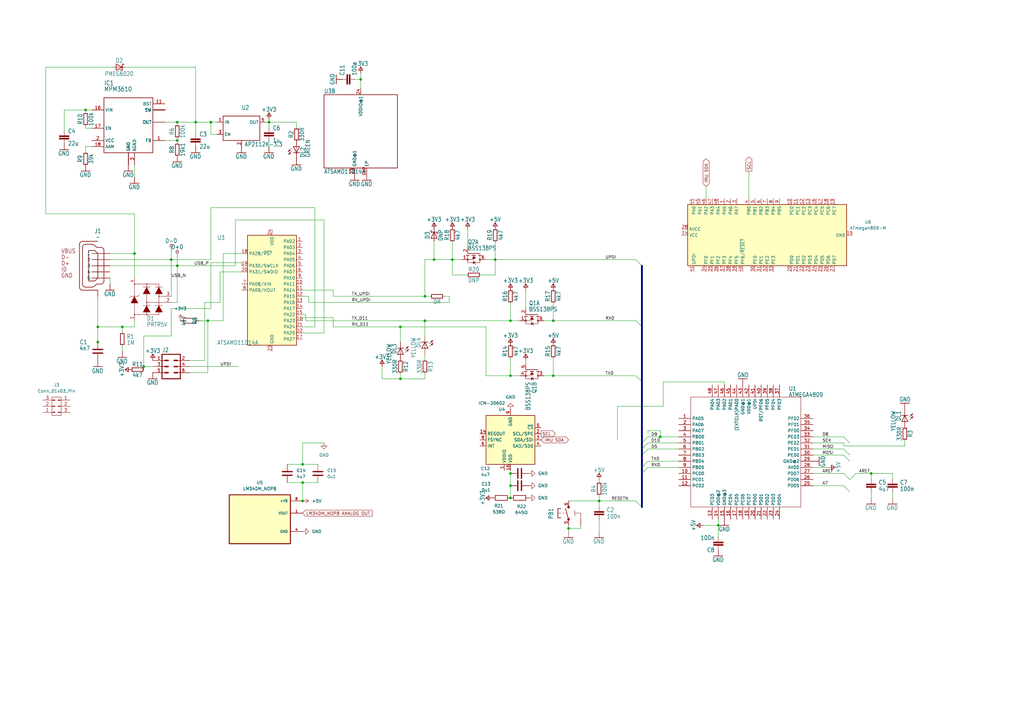
<source format=kicad_sch>
(kicad_sch (version 20231120) (generator "eeschema") (generator_version "8.0")
  (paper "User" 425.45 298.602)
  (junction (at 86.36 133.35))
  (junction (at 361.95 196.85))
  (junction (at 176.53 133.35))
  (junction (at 212.09 207.01))
  (junction (at 229.87 133.35))
  (junction (at 55.88 105.41))
  (junction (at 125.73 200.66))
  (junction (at 187.96 107.95))
  (junction (at 166.37 157.48))
  (junction (at 50.8 135.89))
  (junction (at 229.87 156.21))
  (junction (at 298.45 218.44))
  (junction (at 87.63 50.8))
  (junction (at 176.53 123.19))
  (junction (at 40.64 142.24))
  (junction (at 73.66 110.49))
  (junction (at 212.09 201.93))
  (junction (at 73.66 58.42))
  (junction (at 125.73 208.28))
  (junction (at 180.34 107.95))
  (junction (at 236.22 219.71))
  (junction (at 205.74 107.95))
  (junction (at 166.37 135.89))
  (junction (at 59.69 152.4))
  (junction (at 73.66 50.8))
  (junction (at 274.32 181.61))
  (junction (at 71.12 107.95))
  (junction (at 35.56 45.72))
  (junction (at 81.28 50.8))
  (junction (at 248.92 208.28))
  (junction (at 40.64 135.89))
  (junction (at 125.73 193.04))
  (junction (at 212.09 196.85))
  (junction (at 212.09 156.21))
  (junction (at 111.76 50.8))
  (junction (at 212.09 133.35))
  (junction (at 149.86 33.02))
  (bus_entry (at 264.16 208.28) (size 2.54 2.54))
  (bus_entry (at 264.16 156.21) (size 2.54 2.54))
  (bus_entry (at 269.24 194.31) (size -2.54 2.54))
  (bus_entry (at 350.52 201.93) (size 2.54 2.54))
  (bus_entry (at 350.52 186.69) (size 2.54 2.54))
  (bus_entry (at 350.52 189.23) (size 2.54 2.54))
  (bus_entry (at 269.24 181.61) (size -2.54 2.54))
  (bus_entry (at 264.16 107.95) (size 2.54 2.54))
  (bus_entry (at 350.52 196.85) (size 2.54 2.54))
  (bus_entry (at 269.24 184.15) (size -2.54 2.54))
  (bus_entry (at 355.6 196.85) (size -2.54 2.54))
  (bus_entry (at 264.16 133.35) (size 2.54 2.54))
  (bus_entry (at 350.52 181.61) (size 2.54 2.54))
  (bus_entry (at 269.24 186.69) (size -2.54 2.54))
  (bus_entry (at 269.24 191.77) (size -2.54 2.54))
  (wire (pts (xy 68.58 58.42) (xy 73.66 58.42)) (stroke (width 0.1524)))
  (bus (pts (xy 266.7 158.75) (xy 266.7 135.89)) (stroke (width 0.762)))
  (wire (pts (xy 176.53 147.32) (xy 176.53 149.86)))
  (wire (pts (xy 55.88 88.9) (xy 55.88 105.41)) (stroke (width 0.1524)))
  (wire (pts (xy 73.66 58.42) (xy 73.66 57.15)) (stroke (width 0.1524)))
  (wire (pts (xy 26.67 45.72) (xy 26.67 54.61)) (stroke (width 0.1524)))
  (wire (pts (xy 71.12 125.73) (xy 73.66 125.73)) (stroke (width 0.1524)))
  (wire (pts (xy 55.88 73.66) (xy 55.88 68.58)) (stroke (width 0.1524)))
  (wire (pts (xy 55.88 105.41) (xy 55.88 115.57)) (stroke (width 0.1524)))
  (wire (pts (xy 130.81 86.36) (xy 130.81 135.89)) (stroke (width 0.1524)))
  (wire (pts (xy 274.32 179.07) (xy 274.32 181.61)))
  (wire (pts (xy 138.43 123.19) (xy 138.43 120.65)) (stroke (width 0.1524)))
  (wire (pts (xy 87.63 50.8) (xy 81.28 50.8)) (stroke (width 0.1524)))
  (wire (pts (xy 92.71 105.41) (xy 100.33 105.41)) (stroke (width 0.1524)))
  (wire (pts (xy 87.63 109.22) (xy 100.33 109.22)) (stroke (width 0.1524)))
  (wire (pts (xy 215.9 133.35) (xy 212.09 133.35)) (stroke (width 0.1524)))
  (wire (pts (xy 128.27 125.73) (xy 128.27 123.19)) (stroke (width 0.1524)))
  (wire (pts (xy 50.8 138.43) (xy 50.8 135.89)) (stroke (width 0.1524)))
  (wire (pts (xy 176.53 139.7) (xy 176.53 133.35)) (stroke (width 0.1524)))
  (wire (pts (xy 68.58 50.8) (xy 73.66 50.8)) (stroke (width 0.1524)))
  (wire (pts (xy 78.74 149.86) (xy 85.09 149.86)) (stroke (width 0.1524)))
  (wire (pts (xy 87.63 128.27) (xy 87.63 109.22)) (stroke (width 0.1524)))
  (wire (pts (xy 111.76 50.8) (xy 123.19 50.8)) (stroke (width 0.1524)))
  (wire (pts (xy 229.87 156.21) (xy 264.16 156.21)) (stroke (width 0.1524)))
  (wire (pts (xy 73.66 106.68) (xy 73.66 110.49)) (stroke (width 0.1524)))
  (wire (pts (xy 35.56 45.72) (xy 26.67 45.72)) (stroke (width 0.1524)))
  (wire (pts (xy 248.92 208.28) (xy 248.92 210.82)) (stroke (width 0.1524)))
  (wire (pts (xy 73.66 58.42) (xy 73.66 59.69)) (stroke (width 0.1524)))
  (wire (pts (xy 337.82 184.15) (xy 350.52 184.15)) (stroke (width 0.1524)))
  (wire (pts (xy 81.28 50.8) (xy 81.28 55.88)) (stroke (width 0.1524)))
  (wire (pts (xy 337.82 201.93) (xy 350.52 201.93)) (stroke (width 0.1524)))
  (wire (pts (xy 128.27 123.19) (xy 125.73 123.19)) (stroke (width 0.1524)))
  (wire (pts (xy 201.93 107.95) (xy 205.74 107.95)) (stroke (width 0.1524)))
  (wire (pts (xy 311.15 71.12) (xy 311.15 82.55)))
  (wire (pts (xy 73.66 50.8) (xy 73.66 52.07)) (stroke (width 0.1524)))
  (bus (pts (xy 266.7 184.15) (xy 266.7 158.75)) (stroke (width 0.762)))
  (wire (pts (xy 71.12 104.14) (xy 71.12 107.95)) (stroke (width 0.1524)))
  (wire (pts (xy 158.75 157.48) (xy 158.75 152.4)) (stroke (width 0.1524)))
  (wire (pts (xy 134.62 138.43) (xy 125.73 138.43)) (stroke (width 0.1524)))
  (wire (pts (xy 123.19 50.8) (xy 123.19 53.34)) (stroke (width 0.1524)))
  (wire (pts (xy 361.95 199.39) (xy 361.95 196.85)) (stroke (width 0.1524)))
  (wire (pts (xy 300.99 158.75) (xy 300.99 160.02)) (stroke (width 0.1524)))
  (wire (pts (xy 187.96 107.95) (xy 191.77 107.95)) (stroke (width 0.1524)))
  (wire (pts (xy 78.74 152.4) (xy 99.06 152.4)) (stroke (width 0.1524)))
  (wire (pts (xy 55.88 135.89) (xy 55.88 133.35)) (stroke (width 0.1524)))
  (wire (pts (xy 205.74 114.3) (xy 199.39 114.3)) (stroke (width 0.1524)))
  (wire (pts (xy 292.1 218.44) (xy 298.45 218.44)) (stroke (width 0.1524)))
  (wire (pts (xy 138.43 123.19) (xy 176.53 123.19)) (stroke (width 0.1524)))
  (wire (pts (xy 229.87 125.73) (xy 229.87 133.35)) (stroke (width 0.1524)))
  (bus (pts (xy 266.7 186.69) (xy 266.7 184.15)) (stroke (width 0.762)))
  (wire (pts (xy 248.92 200.66) (xy 248.92 199.39)) (stroke (width 0.1524)))
  (wire (pts (xy 87.63 86.36) (xy 130.81 86.36)) (stroke (width 0.1524)))
  (wire (pts (xy 205.74 107.95) (xy 264.16 107.95)) (stroke (width 0.1524)))
  (wire (pts (xy 91.44 125.73) (xy 91.44 113.03)) (stroke (width 0.1524)))
  (wire (pts (xy 87.63 107.95) (xy 87.63 86.36)) (stroke (width 0.1524)))
  (wire (pts (xy 45.72 105.41) (xy 55.88 105.41)) (stroke (width 0.1524)))
  (wire (pts (xy 176.53 123.19) (xy 176.53 107.95)) (stroke (width 0.1524)))
  (wire (pts (xy 40.64 142.24) (xy 40.64 143.51)))
  (wire (pts (xy 149.86 33.02) (xy 149.86 36.83)) (stroke (width 0.1524)))
  (wire (pts (xy 176.53 123.19) (xy 179.07 123.19)) (stroke (width 0.1524)))
  (wire (pts (xy 110.49 50.8) (xy 111.76 50.8)) (stroke (width 0.1524)))
  (wire (pts (xy 350.52 184.15) (xy 350.52 185.42)) (stroke (width 0.1524)))
  (wire (pts (xy 248.92 208.28) (xy 264.16 208.28)) (stroke (width 0.1524)))
  (wire (pts (xy 212.09 148.59) (xy 212.09 156.21)) (stroke (width 0.1524)))
  (wire (pts (xy 256.54 182.88) (xy 256.54 168.91)))
  (wire (pts (xy 269.24 194.31) (xy 281.94 194.31)) (stroke (width 0.1524)))
  (wire (pts (xy 226.06 133.35) (xy 229.87 133.35)) (stroke (width 0.1524)))
  (wire (pts (xy 97.79 110.49) (xy 97.79 91.44)) (stroke (width 0.1524)))
  (wire (pts (xy 293.37 77.47) (xy 293.37 82.55)))
  (wire (pts (xy 125.73 130.81) (xy 127 130.81)) (stroke (width 0.1524)))
  (wire (pts (xy 111.76 50.8) (xy 111.76 49.53)) (stroke (width 0.1524)))
  (wire (pts (xy 128.27 125.73) (xy 186.69 125.73)) (stroke (width 0.1524)))
  (wire (pts (xy 138.43 132.08) (xy 125.73 132.08)) (stroke (width 0.1524)))
  (wire (pts (xy 138.43 135.89) (xy 166.37 135.89)) (stroke (width 0.1524)))
  (wire (pts (xy 194.31 114.3) (xy 187.96 114.3)) (stroke (width 0.1524)))
  (wire (pts (xy 375.92 182.88) (xy 375.92 185.42)))
  (wire (pts (xy 269.24 180.34) (xy 269.24 179.07)))
  (wire (pts (xy 337.82 189.23) (xy 350.52 189.23)) (stroke (width 0.1524)))
  (wire (pts (xy 19.05 27.94) (xy 46.99 27.94)) (stroke (width 0.1524)))
  (wire (pts (xy 166.37 154.94) (xy 166.37 157.48)) (stroke (width 0.1524)))
  (wire (pts (xy 35.56 46.99) (xy 35.56 45.72)) (stroke (width 0.1524)))
  (wire (pts (xy 127 133.35) (xy 127 130.81)) (stroke (width 0.1524)))
  (wire (pts (xy 86.36 133.35) (xy 92.71 133.35)) (stroke (width 0.1524)))
  (wire (pts (xy 201.93 135.89) (xy 201.93 156.21)) (stroke (width 0.1524)))
  (wire (pts (xy 281.94 181.61) (xy 274.32 181.61)) (stroke (width 0.1524)))
  (wire (pts (xy 298.45 218.44) (xy 298.45 223.52)) (stroke (width 0.1524)))
  (wire (pts (xy 130.81 135.89) (xy 125.73 135.89)) (stroke (width 0.1524)))
  (wire (pts (xy 337.82 181.61) (xy 350.52 181.61)) (stroke (width 0.1524)))
  (wire (pts (xy 19.05 27.94) (xy 19.05 88.9)) (stroke (width 0.1524)))
  (wire (pts (xy 134.62 91.44) (xy 134.62 138.43)) (stroke (width 0.1524)))
  (wire (pts (xy 187.96 100.33) (xy 187.96 107.95)) (stroke (width 0.1524)))
  (wire (pts (xy 166.37 135.89) (xy 201.93 135.89)) (stroke (width 0.1524)))
  (wire (pts (xy 184.15 123.19) (xy 186.69 123.19)) (stroke (width 0.1524)))
  (wire (pts (xy 119.38 193.04) (xy 125.73 193.04)))
  (wire (pts (xy 370.84 207.01) (xy 370.84 204.47)) (stroke (width 0.1524)))
  (wire (pts (xy 361.95 207.01) (xy 361.95 204.47)) (stroke (width 0.1524)))
  (wire (pts (xy 176.53 107.95) (xy 180.34 107.95)) (stroke (width 0.1524)))
  (wire (pts (xy 344.17 194.31) (xy 337.82 194.31)) (stroke (width 0.1524)))
  (wire (pts (xy 59.69 153.67) (xy 59.69 152.4)) (stroke (width 0.1524)))
  (wire (pts (xy 166.37 157.48) (xy 176.53 157.48)) (stroke (width 0.1524)))
  (bus (pts (xy 266.7 189.23) (xy 266.7 186.69)) (stroke (width 0.762)))
  (wire (pts (xy 194.31 95.25) (xy 194.31 102.87)) (stroke (width 0.1524)))
  (wire (pts (xy 50.8 135.89) (xy 55.88 135.89)) (stroke (width 0.1524)))
  (wire (pts (xy 35.56 45.72) (xy 38.1 45.72)) (stroke (width 0.1524)))
  (bus (pts (xy 266.7 194.31) (xy 266.7 189.23)) (stroke (width 0.762)))
  (wire (pts (xy 212.09 201.93) (xy 212.09 207.01)))
  (wire (pts (xy 281.94 191.77) (xy 269.24 191.77)) (stroke (width 0.1524)))
  (wire (pts (xy 73.66 50.8) (xy 81.28 50.8)) (stroke (width 0.1524)))
  (wire (pts (xy 38.1 60.96) (xy 35.56 60.96)) (stroke (width 0.1524)))
  (wire (pts (xy 218.44 149.86) (xy 218.44 151.13)) (stroke (width 0.1524)))
  (wire (pts (xy 226.06 156.21) (xy 229.87 156.21)) (stroke (width 0.1524)))
  (wire (pts (xy 236.22 218.44) (xy 236.22 219.71)) (stroke (width 0.1524)))
  (wire (pts (xy 73.66 110.49) (xy 97.79 110.49)) (stroke (width 0.1524)))
  (wire (pts (xy 248.92 208.28) (xy 236.22 208.28)) (stroke (width 0.1524)))
  (wire (pts (xy 82.55 133.35) (xy 83.82 133.35)))
  (wire (pts (xy 180.34 107.95) (xy 187.96 107.95)) (stroke (width 0.1524)))
  (wire (pts (xy 92.71 133.35) (xy 92.71 105.41)) (stroke (width 0.1524)))
  (wire (pts (xy 138.43 135.89) (xy 138.43 132.08)) (stroke (width 0.1524)))
  (wire (pts (xy 71.12 139.7) (xy 71.12 128.27)) (stroke (width 0.1524)))
  (wire (pts (xy 149.86 30.48) (xy 149.86 33.02)) (stroke (width 0.1524)))
  (wire (pts (xy 370.84 196.85) (xy 361.95 196.85)) (stroke (width 0.1524)))
  (wire (pts (xy 134.62 184.15) (xy 125.73 184.15)))
  (wire (pts (xy 212.09 196.85) (xy 212.09 201.93)))
  (wire (pts (xy 38.1 53.34) (xy 35.56 53.34)) (stroke (width 0.1524)))
  (wire (pts (xy 274.32 181.61) (xy 269.24 181.61)) (stroke (width 0.1524)))
  (wire (pts (xy 85.09 125.73) (xy 85.09 149.86)) (stroke (width 0.1524)))
  (wire (pts (xy 212.09 156.21) (xy 215.9 156.21)) (stroke (width 0.1524)))
  (wire (pts (xy 212.09 195.58) (xy 212.09 196.85)))
  (wire (pts (xy 337.82 186.69) (xy 350.52 186.69)) (stroke (width 0.1524)))
  (wire (pts (xy 337.82 196.85) (xy 350.52 196.85)) (stroke (width 0.1524)))
  (wire (pts (xy 59.69 152.4) (xy 59.69 139.7)) (stroke (width 0.1524)))
  (wire (pts (xy 50.8 146.05) (xy 50.8 143.51)) (stroke (width 0.1524)))
  (wire (pts (xy 71.12 123.19) (xy 71.12 107.95)) (stroke (width 0.1524)))
  (wire (pts (xy 82.55 133.35) (xy 86.36 133.35)) (stroke (width 0.1524)))
  (wire (pts (xy 85.09 125.73) (xy 91.44 125.73)) (stroke (width 0.1524)))
  (wire (pts (xy 40.64 135.89) (xy 40.64 142.24)) (stroke (width 0.1524)))
  (wire (pts (xy 52.07 27.94) (xy 81.28 27.94)))
  (wire (pts (xy 71.12 128.27) (xy 87.63 128.27)) (stroke (width 0.1524)))
  (wire (pts (xy 269.24 179.07) (xy 274.32 179.07)))
  (wire (pts (xy 125.73 132.08) (xy 125.73 133.35)) (stroke (width 0.1524)))
  (wire (pts (xy 90.17 55.88) (xy 87.63 55.88)) (stroke (width 0.1524)))
  (wire (pts (xy 298.45 215.9) (xy 298.45 218.44)) (stroke (width 0.1524)))
  (wire (pts (xy 73.66 125.73) (xy 73.66 110.49)) (stroke (width 0.1524)))
  (wire (pts (xy 180.34 100.33) (xy 180.34 107.95)) (stroke (width 0.1524)))
  (wire (pts (xy 236.22 219.71) (xy 236.22 220.98)) (stroke (width 0.1524)))
  (wire (pts (xy 86.36 154.94) (xy 86.36 133.35)) (stroke (width 0.1524)))
  (wire (pts (xy 45.72 107.95) (xy 71.12 107.95)) (stroke (width 0.1524)))
  (wire (pts (xy 229.87 148.59) (xy 229.87 156.21)) (stroke (width 0.1524)))
  (wire (pts (xy 63.5 152.4) (xy 59.69 152.4)) (stroke (width 0.1524)))
  (wire (pts (xy 350.52 185.42) (xy 375.92 185.42)) (stroke (width 0.1524)))
  (wire (pts (xy 87.63 50.8) (xy 90.17 50.8)) (stroke (width 0.1524)))
  (wire (pts (xy 256.54 168.91) (xy 275.59 168.91)))
  (wire (pts (xy 125.73 184.15) (xy 125.73 193.04)))
  (wire (pts (xy 236.22 219.71) (xy 241.3 219.71)) (stroke (width 0.1524)))
  (wire (pts (xy 125.73 200.66) (xy 125.73 208.28)))
  (wire (pts (xy 78.74 154.94) (xy 86.36 154.94)) (stroke (width 0.1524)))
  (wire (pts (xy 275.59 158.75) (xy 300.99 158.75)))
  (wire (pts (xy 275.59 168.91) (xy 275.59 158.75)))
  (wire (pts (xy 87.63 55.88) (xy 87.63 50.8)) (stroke (width 0.1524)))
  (wire (pts (xy 186.69 123.19) (xy 186.69 125.73)) (stroke (width 0.1524)))
  (wire (pts (xy 127 133.35) (xy 176.53 133.35)) (stroke (width 0.1524)))
  (wire (pts (xy 187.96 114.3) (xy 187.96 107.95)) (stroke (width 0.1524)))
  (wire (pts (xy 50.8 135.89) (xy 40.64 135.89)) (stroke (width 0.1524)))
  (wire (pts (xy 35.56 60.96) (xy 35.56 63.5)) (stroke (width 0.1524)))
  (wire (pts (xy 281.94 186.69) (xy 269.24 186.69)) (stroke (width 0.1524)))
  (wire (pts (xy 111.76 53.34) (xy 111.76 50.8)) (stroke (width 0.1524)))
  (wire (pts (xy 212.09 133.35) (xy 176.53 133.35)) (stroke (width 0.1524)))
  (wire (pts (xy 218.44 128.27) (xy 218.44 120.65)) (stroke (width 0.1524)))
  (wire (pts (xy 125.73 193.04) (xy 132.08 193.04)))
  (wire (pts (xy 81.28 27.94) (xy 81.28 50.8)))
  (wire (pts (xy 205.74 107.95) (xy 205.74 100.33)) (stroke (width 0.1524)))
  (wire (pts (xy 100.33 109.22) (xy 100.33 110.49)) (stroke (width 0.1524)))
  (wire (pts (xy 147.32 33.02) (xy 149.86 33.02)) (stroke (width 0.1524)))
  (wire (pts (xy 45.72 110.49) (xy 73.66 110.49)) (stroke (width 0.1524)))
  (wire (pts (xy 35.56 53.34) (xy 35.56 52.07)) (stroke (width 0.1524)))
  (wire (pts (xy 97.79 91.44) (xy 134.62 91.44)) (stroke (width 0.1524)))
  (bus (pts (xy 266.7 196.85) (xy 266.7 194.31)) (stroke (width 0.762)))
  (wire (pts (xy 40.64 123.19) (xy 40.64 135.89)) (stroke (width 0.1524)))
  (wire (pts (xy 361.95 196.85) (xy 355.6 196.85)) (stroke (width 0.1524)))
  (wire (pts (xy 111.76 60.96) (xy 111.76 58.42)) (stroke (width 0.1524)))
  (wire (pts (xy 125.73 200.66) (xy 132.08 200.66)))
  (wire (pts (xy 201.93 156.21) (xy 212.09 156.21)) (stroke (width 0.1524)))
  (wire (pts (xy 166.37 157.48) (xy 158.75 157.48)) (stroke (width 0.1524)))
  (wire (pts (xy 138.43 120.65) (xy 125.73 120.65)) (stroke (width 0.1524)))
  (bus (pts (xy 266.7 135.89) (xy 266.7 110.49)) (stroke (width 0.762)))
  (wire (pts (xy 119.38 200.66) (xy 125.73 200.66)))
  (wire (pts (xy 248.92 205.74) (xy 248.92 208.28)) (stroke (width 0.1524)))
  (wire (pts (xy 281.94 184.15) (xy 269.24 184.15)) (stroke (width 0.1524)))
  (wire (pts (xy 71.12 107.95) (xy 87.63 107.95)) (stroke (width 0.1524)))
  (wire (pts (xy 19.05 88.9) (xy 55.88 88.9)) (stroke (width 0.1524)))
  (wire (pts (xy 205.74 107.95) (xy 205.74 114.3)) (stroke (width 0.1524)))
  (bus (pts (xy 266.7 210.82) (xy 266.7 196.85)) (stroke (width 0.762)))
  (wire (pts (xy 176.53 157.48) (xy 176.53 154.94)) (stroke (width 0.1524)))
  (wire (pts (xy 241.3 219.71) (xy 241.3 218.44)) (stroke (width 0.1524)))
  (wire (pts (xy 91.44 113.03) (xy 100.33 113.03)) (stroke (width 0.1524)))
  (wire (pts (xy 229.87 133.35) (xy 264.16 133.35)) (stroke (width 0.1524)))
  (wire (pts (xy 248.92 220.98) (xy 248.92 215.9)) (stroke (width 0.1524)))
  (wire (pts (xy 212.09 125.73) (xy 212.09 133.35)) (stroke (width 0.1524)))
  (wire (pts (xy 59.69 139.7) (xy 71.12 139.7)) (stroke (width 0.1524)))
  (wire (pts (xy 370.84 199.39) (xy 370.84 196.85)) (stroke (width 0.1524)))
  (wire (pts (xy 166.37 142.24) (xy 166.37 135.89)) (stroke (width 0.1524)))
  (wire (pts (xy 45.72 115.57) (xy 45.72 118.11)) (stroke (width 0.1524)))
  (label "UPDI" (at 251.46 107.95 0) (effects (font (size 1.2446 1.2446))))
  (label "TX_UPDI" (at 146.05 123.19 0) (effects (font (size 1.2446 1.2446))))
  (label "D10~{}" (at 270.51 184.15 0) (effects (font (size 1.2446 1.2446))))
  (label "TX0" (at 251.46 156.21 0) (effects (font (size 1.2446 1.2446))))
  (label "SCK" (at 341.63 184.15 0) (effects (font (size 1.2446 1.2446))))
  (label "A7" (at 341.63 201.93 0) (effects (font (size 1.2446 1.2446))))
  (label "D9~{}" (at 270.51 181.61 0) (effects (font (size 1.2446 1.2446))))
  (label "D5~{}" (at 270.51 186.69 0) (effects (font (size 1.2446 1.2446))))
  (label "MISO" (at 341.63 186.69 0) (effects (font (size 1.2446 1.2446))))
  (label "RX0" (at 251.46 133.35 0) (effects (font (size 1.2446 1.2446))))
  (label "RESETN" (at 254 208.28 0) (effects (font (size 1.2446 1.2446))))
  (label "TX_D11" (at 146.05 133.35 0) (effects (font (size 1.2446 1.2446))))
  (label "AREF" (at 341.63 196.85 0) (effects (font (size 1.2446 1.2446))))
  (label "MOSI" (at 341.63 189.23 0) (effects (font (size 1.2446 1.2446))))
  (label "RX0" (at 270.51 194.31 0) (effects (font (size 1.2446 1.2446))))
  (label "USB_N" (at 71.12 115.57 0) (effects (font (size 1.2446 1.2446))))
  (label "USB_P" (at 80.645 110.49 0) (effects (font (size 1.2446 1.2446))))
  (label "TX0" (at 270.51 191.77 0) (effects (font (size 1.2446 1.2446))))
  (label "D8" (at 341.63 181.61 0) (effects (font (size 1.2446 1.2446))))
  (label "AREF" (at 356.87 196.85 0) (effects (font (size 1.2446 1.2446))))
  (label "UPDI" (at 91.44 152.4 0) (effects (font (size 1.2446 1.2446))))
  (label "RX_D11" (at 146.05 135.89 0) (effects (font (size 1.2446 1.2446))))
  (label "RX_UPDI" (at 146.05 125.73 0) (effects (font (size 1.2446 1.2446))))
  (global_label "SCL" (shape output) (at 311.15 71.12 90) (property "Intersheetrefs" "${INTERSHEET_REFS}" (effects (hide yes))))
  (global_label "IMU SDA" (shape bidirectional) (at 293.37 77.47 90) (property "Intersheetrefs" "${INTERSHEET_REFS}" (effects (hide yes))))
  (global_label "SCL" (shape output) (at 224.79 180.34 0) (property "Intersheetrefs" "${INTERSHEET_REFS}" (effects (hide yes))))
  (global_label "LM34DM_NOPB ANALOG OUT" (shape input) (at 125.73 213.36 0) (property "Intersheetrefs" "${INTERSHEET_REFS}" (effects (hide yes))))
  (global_label "IMU SDA" (shape bidirectional) (at 224.79 182.88 0) (property "Intersheetrefs" "${INTERSHEET_REFS}" (effects (hide yes))))
  (symbol (lib_id "NANOEveryV3.0-eagle-import:Arduino-supply_GND") (at 152.4 74.93 0) (unit 1)
    (property "Reference" "#GND027" (effects (hide yes)))
    (property "Value" "GND" (at 149.86 77.47 0) (effects (font (size 1.778 1.5113)) (justify left bottom)))
  )
  (symbol (lib_id "Device:C") (at 40.64 146.05 0) (unit 1)
    (property "Reference" "C1" (at 33.0962 142.24 0) (effects (font (size 1.778 1.5113)) (justify left)))
    (property "Value" "4n7" (at 32.9438 144.78 0) (effects (font (size 1.778 1.5113)) (justify left)))
    (property "Footprint" "Capacitor_SMD:C_0805_2012Metric" (effects (hide yes)))
    (property "Description" "Unpolarized capacitor" (effects (hide yes)))
    (property "VOLTAGE" "1KV" (effects (hide yes)))
  )
  (symbol (lib_id "NANOEveryV3.0-eagle-import:+3V3") (at 149.86 27.94 0) (unit 1)
    (property "Reference" "#+3V04" (effects (hide yes)))
    (property "Value" "+3V3" (at 149.86 27.432 0) (effects (font (size 1.778 1.5113)) (justify bottom)))
  )
  (symbol (lib_id "NANOEveryV3.0-eagle-import:R-0402") (at 187.96 97.79 90) (unit 1)
    (property "Reference" "R18" (at 186.69 97.79 0) (effects (font (size 1.778 1.5113)) (justify bottom)))
    (property "Value" "4k7" (at 189.23 97.79 0) (effects (font (size 1.778 1.5113)) (justify top)))
    (property "Footprint" "Resistor_SMD:R_0402_1005Metric" (effects (hide yes)))
  )
  (symbol (lib_id "NANOEveryV3.0-eagle-import:Arduino-supply_GND") (at 236.22 223.52 0) (unit 1)
    (property "Reference" "#GND017" (effects (hide yes)))
    (property "Value" "GND" (at 233.68 226.06 0) (effects (font (size 1.778 1.5113)) (justify left bottom)))
  )
  (symbol (lib_id "NANOEveryV3.0-eagle-import:+5V") (at 229.87 140.97 0) (unit 1)
    (property "Reference" "#P+09" (effects (hide yes)))
    (property "Value" "+5V" (at 229.87 140.462 0) (effects (font (size 1.778 1.5113)) (justify bottom)))
  )
  (symbol (lib_id "NANOEveryV3.0-eagle-import:R-0402") (at 229.87 146.05 90) (unit 1)
    (property "Reference" "R15" (at 228.6 146.05 0) (effects (font (size 1.778 1.5113)) (justify bottom)))
    (property "Value" "4k7" (at 231.14 146.05 0) (effects (font (size 1.778 1.5113)) (justify top)))
    (property "Footprint" "Resistor_SMD:R_0402_1005Metric" (effects (hide yes)))
  )
  (symbol (lib_id "NANOEveryV3.0-eagle-import:+3V3") (at 218.44 147.32 0) (unit 1)
    (property "Reference" "#+3V06" (effects (hide yes)))
    (property "Value" "+3V3" (at 218.44 146.812 0) (effects (font (size 1.778 1.5113)) (justify bottom)))
  )
  (symbol (lib_id "NANOEveryV3.0-eagle-import:C-0402") (at 144.78 33.02 90) (unit 1)
    (property "Reference" "C11" (at 143.129 31.496 0) (effects (font (size 1.778 1.5113)) (justify left bottom)))
    (property "Value" "100n" (at 148.209 31.496 0) (effects (font (size 1.778 1.5113)) (justify left bottom)))
    (property "Footprint" "Capacitor_SMD:C_0402_1005Metric" (effects (hide yes)))
  )
  (symbol (lib_id "NANOEveryV3.0-eagle-import:+3V3") (at 194.31 92.71 0) (unit 1)
    (property "Reference" "#+3V014" (effects (hide yes)))
    (property "Value" "+3V3" (at 194.31 92.202 0) (effects (font (size 1.778 1.5113)) (justify bottom)))
  )
  (symbol (lib_id "power:+5V") (at 125.73 208.28 270) (unit 1)
    (property "Reference" "#PWR09" (effects (hide yes)))
    (property "Value" "+5V" (at 129.54 208.2799 90) (effects (justify left)))
    (property "Description" "Power symbol creates a global label with name \"+5V\"" (effects (hide yes)))
  )
  (symbol (lib_id "power:GND") (at 125.73 220.98 90) (unit 1)
    (property "Reference" "#PWR010" (effects (hide yes)))
    (property "Value" "GND" (at 129.54 220.9799 90) (effects (justify right)))
    (property "Description" "Power symbol creates a global label with name \"GND\" , ground" (effects (hide yes)))
  )
  (symbol (lib_id "MCU_Microchip_SAMD:ATSAMD11D14A-M") (at 113.03 120.65 0) (unit 1)
    (property "Reference" "U3" (at 90.17 99.822 0) (effects (font (size 1.778 1.5113)) (justify left bottom)))
    (property "Value" "ATSAMD11D14A" (at 90.17 141.478 0) (effects (font (size 1.778 1.5113)) (justify left top)))
    (property "Footprint" "Package_DFN_QFN:QFN-24-1EP_4x4mm_P0.5mm_EP2.6x2.6mm" (effects (hide yes)))
    (property "Datasheet" "http://ww1.microchip.com/downloads/en/DeviceDoc/Atmel-42363-SAM-D11_Datasheet.pdf" (effects (hide yes)))
    (property "Description" "ARM Cortex-M0+ MCU, 48MHz, 16KB Flash, 4KB RAM, 1.6-3.6V, 22 GPIO, QFN-24" (effects (hide yes)))
  )
  (symbol (lib_id "NANOEveryV3.0-eagle-import:Arduino-supply_GND") (at 340.36 191.77 90) (unit 1)
    (property "Reference" "#GND01" (effects (hide yes)))
    (property "Value" "GND" (at 342.9 194.31 0) (effects (font (size 1.778 1.5113)) (justify left bottom)))
  )
  (symbol (lib_id "power:+3V3") (at 74.93 133.35 0) (unit 1)
    (property "Reference" "#PWR04" (effects (hide yes)))
    (property "Value" "+3V3" (at 74.93 128.27 0))
    (property "Description" "Power symbol creates a global label with name \"+3V3\"" (effects (hide yes)))
  )
  (symbol (lib_id "NANOEveryV3.0-eagle-import:Arduino-supply_GND") (at 361.95 209.55 0) (unit 1)
    (property "Reference" "#GND07" (effects (hide yes)))
    (property "Value" "GND" (at 359.41 212.09 0) (effects (font (size 1.778 1.5113)) (justify left bottom)))
  )
  (symbol (lib_id "NANOEveryV3.0-eagle-import:ATMEGA4809") (at 309.88 187.96 0) (unit 1)
    (property "Reference" "U1" (at 327.66 162.56 0) (effects (font (size 1.778 1.5113)) (justify left bottom)))
    (property "Value" "ATMEGA4809" (at 327.66 165.1 0) (effects (font (size 1.778 1.5113)) (justify left bottom)))
    (property "Footprint" "ATMEGA4809_AFR:TQFP48_7x7MC_MCH" (effects (hide yes)))
  )
  (symbol (lib_id "NANOEveryV3.0-eagle-import:Arduino-supply_GND") (at 123.19 68.58 0) (unit 1)
    (property "Reference" "#GND014" (effects (hide yes)))
    (property "Value" "GND" (at 120.65 71.12 0) (effects (font (size 1.778 1.5113)) (justify left bottom)))
  )
  (symbol (lib_id "NANOEveryV3.0-eagle-import:C-0402") (at 248.92 213.36 0) (unit 1)
    (property "Reference" "C2" (at 251.968 212.979 0) (effects (font (size 1.778 1.5113)) (justify left bottom)))
    (property "Value" "100n" (at 251.968 213.741 0) (effects (font (size 1.778 1.5113)) (justify left top)))
    (property "Footprint" "Capacitor_SMD:C_0402_1005Metric" (effects (hide yes)))
  )
  (symbol (lib_id "NANOEveryV3.0-eagle-import:C-0402") (at 370.84 201.93 0) (unit 1)
    (property "Reference" "C7" (at 373.888 201.549 0) (effects (font (size 1.778 1.5113)) (justify left bottom)))
    (property "Value" "100n" (at 373.888 202.311 0) (effects (font (size 1.778 1.5113)) (justify left top)))
    (property "Footprint" "Capacitor_SMD:C_0402_1005Metric" (effects (hide yes)))
  )
  (symbol (lib_id "NANOEveryV3.0-eagle-import:USB-MICRO") (at 38.1 110.49 0) (unit 1)
    (property "Reference" "J1" (at 40.64 97.028 0) (effects (font (size 1.778 1.5113)) (justify bottom)))
    (property "Value" "-" (at 40.64 99.314 0) (effects (justify bottom)))
    (property "Footprint" "Connector_USB:USB_Micro-AB_Molex_47590-0001" (effects (hide yes)))
  )
  (symbol (lib_id "NANOEveryV3.0-eagle-import:+5V") (at 248.92 196.85 0) (unit 1)
    (property "Reference" "#P+02" (effects (hide yes)))
    (property "Value" "+5V" (at 248.92 196.342 0) (effects (font (size 1.778 1.5113)) (justify bottom)))
  )
  (symbol (lib_id "NANOEveryV3.0-eagle-import:R-0402") (at 57.15 153.67 0) (unit 1)
    (property "Reference" "R11" (at 57.15 152.4 0) (effects (font (size 1.778 1.5113)) (justify bottom)))
    (property "Value" "4k7" (at 57.15 154.94 0) (effects (font (size 1.778 1.5113)) (justify top)))
    (property "Footprint" "Resistor_SMD:R_0402_1005Metric" (effects (hide yes)))
  )
  (symbol (lib_id "NANOEveryV3.0-eagle-import:LED-0603") (at 166.37 147.32 180) (unit 1)
    (property "Reference" "DL3" (at 162.814 142.748 90) (effects (font (size 1.778 1.5113)) (justify left bottom)))
    (property "Value" "YELLOW" (at 160.655 142.748 90) (effects (font (size 1.778 1.5113)) (justify left bottom)))
    (property "Footprint" "LED_SMD:LED_0603_1608Metric" (effects (hide yes)))
  )
  (symbol (lib_id "NANOEveryV3.0-eagle-import:R-0402") (at 212.09 146.05 90) (unit 1)
    (property "Reference" "R14" (at 210.82 146.05 0) (effects (font (size 1.778 1.5113)) (justify bottom)))
    (property "Value" "4k7" (at 213.36 146.05 0) (effects (font (size 1.778 1.5113)) (justify top)))
    (property "Footprint" "Resistor_SMD:R_0402_1005Metric" (effects (hide yes)))
  )
  (symbol (lib_id "NANOEveryV3.0-eagle-import:R-0402") (at 35.56 49.53 90) (unit 1)
    (property "Reference" "R10" (at 34.29 49.53 0) (effects (font (size 1.778 1.5113)) (justify bottom)))
    (property "Value" "100k" (at 36.83 49.53 0) (effects (font (size 1.778 1.5113)) (justify top)))
    (property "Footprint" "Resistor_SMD:R_0402_1005Metric" (effects (hide yes)))
  )
  (symbol (lib_id "NANOEveryV3.0-eagle-import:Arduino-supply_GND") (at 300.99 218.44 0) (unit 1)
    (property "Reference" "#GND02" (effects (hide yes)))
    (property "Value" "GND" (at 298.45 220.98 0) (effects (font (size 1.778 1.5113)) (justify left bottom)))
  )
  (symbol (lib_id "NANOEveryV3.0-eagle-import:GND") (at 81.28 63.5 0) (unit 1)
    (property "Reference" "#GND025" (effects (hide yes)))
    (property "Value" "GND" (at 78.74 66.04 0) (effects (font (size 1.778 1.5113)) (justify left bottom)))
  )
  (symbol (lib_id "NANOEveryV3.0-eagle-import:R-0402") (at 229.87 123.19 90) (unit 1)
    (property "Reference" "R17" (at 228.6 123.19 0) (effects (font (size 1.778 1.5113)) (justify bottom)))
    (property "Value" "4k7" (at 231.14 123.19 0) (effects (font (size 1.778 1.5113)) (justify top)))
    (property "Footprint" "Resistor_SMD:R_0402_1005Metric" (effects (hide yes)))
  )
  (symbol (lib_id "NANOEveryV3.0-eagle-import:R-0402") (at 196.85 114.3 0) (unit 1)
    (property "Reference" "R20" (at 196.85 113.03 0) (effects (font (size 1.778 1.5113)) (justify bottom)))
    (property "Value" "DNP" (at 196.85 115.57 0) (effects (font (size 1.778 1.5113)) (justify top)))
    (property "Footprint" "Resistor_SMD:R_0402_1005Metric" (effects (hide yes)))
  )
  (symbol (lib_id "NANOEveryV3.0-eagle-import:GND") (at 73.66 67.31 0) (unit 1)
    (property "Reference" "#GND020" (effects (hide yes)))
    (property "Value" "GND" (at 71.12 69.85 0) (effects (font (size 1.778 1.5113)) (justify left bottom)))
  )
  (symbol (lib_id "NANOEveryV3.0-eagle-import:PRTR5V0U2X,215") (at 60.96 123.19 0) (unit 1)
    (property "Reference" "D1" (at 60.96 133.35 0) (effects (font (size 1.778 1.5113)) (justify left bottom)))
    (property "Value" "PRTR5V" (at 60.96 135.89 0) (effects (font (size 1.778 1.5113)) (justify left bottom)))
    (property "Footprint" "Diode_SMD:D_SOD-323" (effects (hide yes)))
  )
  (symbol (lib_id "NANOEveryV3.0-eagle-import:GND") (at 53.34 71.12 0) (unit 1)
    (property "Reference" "#GND015" (effects (hide yes)))
    (property "Value" "GND" (at 50.8 73.66 0) (effects (font (size 1.778 1.5113)) (justify left bottom)))
  )
  (symbol (lib_id "Device:C") (at 215.9 196.85 90) (unit 1)
    (property "Reference" "C12" (at 201.676 194.818 90))
    (property "Value" "4u7" (at 201.676 197.358 90))
    (property "Footprint" "Capacitor_SMD:C_0402_1005Metric" (effects (hide yes)))
    (property "Description" "Unpolarized capacitor" (effects (hide yes)))
  )
  (symbol (lib_id "NANOEveryV3.0-eagle-import:Arduino-supply_GND") (at 308.61 157.48 180) (unit 1)
    (property "Reference" "#GND03" (effects (hide yes)))
    (property "Value" "GND" (at 311.15 154.94 0) (effects (font (size 1.778 1.5113)) (justify left bottom)))
  )
  (symbol (lib_id "NANOEveryV3.0-eagle-import:PINHD-2X03-SMTP") (at 71.12 152.4 0) (unit 1)
    (property "Reference" "J2" (at 67.31 146.558 0) (effects (font (size 1.778 1.5113)) (justify left bottom)))
    (property "Value" "DNP" (effects (hide yes)))
    (property "Footprint" "Connector_PinHeader_1.00mm:PinHeader_2x03_P1.00mm_Vertical" (effects (hide yes)))
  )
  (symbol (lib_id "NANOEveryV3.0-eagle-import:Arduino-supply_GND") (at 248.92 223.52 0) (unit 1)
    (property "Reference" "#GND016" (effects (hide yes)))
    (property "Value" "GND" (at 246.38 226.06 0) (effects (font (size 1.778 1.5113)) (justify left bottom)))
  )
  (symbol (lib_id "NANOEveryV3.0-eagle-import:R-0402") (at 248.92 203.2 90) (unit 1)
    (property "Reference" "R4" (at 247.65 203.2 0) (effects (font (size 1.778 1.5113)) (justify bottom)))
    (property "Value" "100k" (at 250.19 203.2 0) (effects (font (size 1.778 1.5113)) (justify top)))
    (property "Footprint" "Resistor_SMD:R_0402_1005Metric" (effects (hide yes)))
  )
  (symbol (lib_id "NANOEveryV3.0-eagle-import:+5V") (at 205.74 92.71 0) (unit 1)
    (property "Reference" "#P+03" (effects (hide yes)))
    (property "Value" "+5V" (at 205.74 92.202 0) (effects (font (size 1.778 1.5113)) (justify bottom)))
  )
  (symbol (lib_id "NANOEveryV3.0-eagle-import:BSS138PS") (at 220.98 133.35 270) (unit 1)
    (property "Reference" "Q1" (at 219.71 127 90) (effects (font (size 1.778 1.5113)) (justify left bottom)))
    (property "Value" "BSS138PS" (at 219.71 129.54 90) (effects (font (size 1.778 1.5113)) (justify left bottom)))
    (property "Footprint" "Package_TO_SOT_SMD:SOT-363_SC-70-6" (effects (hide yes)))
  )
  (symbol (lib_id "NANOEveryV3.0-eagle-import:+3V3") (at 111.76 46.99 0) (unit 1)
    (property "Reference" "#+3V02" (effects (hide yes)))
    (property "Value" "+3V3" (at 111.76 46.482 0) (effects (font (size 1.778 1.5113)) (justify bottom)))
  )
  (symbol (lib_id "MCU_Microchip_ATmega:ATmega4809-M") (at 318.77 97.79 90) (unit 1)
    (property "Reference" "U6" (at 360.68 92.2938 90))
    (property "Value" "ATmega4809-M" (at 360.68 94.8338 90))
    (property "Footprint" "Package_DFN_QFN:UQFN-48-1EP_6x6mm_P0.4mm_EP4.62x4.62mm" (effects (hide yes)))
    (property "Datasheet" "http://ww1.microchip.com/downloads/en/DeviceDoc/40002016A.pdf" (effects (hide yes)))
    (property "Description" "20MHz, 48kB Flash, 6kB SRAM, 256B EEPROM, UQFN-48" (effects (hide yes)))
  )
  (symbol (lib_id "NANOEveryV3.0-eagle-import:R-0402") (at 205.74 97.79 90) (unit 1)
    (property "Reference" "R19" (at 204.47 97.79 0) (effects (font (size 1.778 1.5113)) (justify bottom)))
    (property "Value" "4k7" (at 207.01 97.79 0) (effects (font (size 1.778 1.5113)) (justify top)))
    (property "Footprint" "Resistor_SMD:R_0402_1005Metric" (effects (hide yes)))
  )
  (symbol (lib_id "NANOEveryV3.0-eagle-import:MPM3610") (at 53.34 50.8 0) (unit 1)
    (property "Reference" "IC1" (at 43.18 35.56 0) (effects (font (size 1.905 1.6192)) (justify left bottom)))
    (property "Value" "MPM3610" (at 43.18 38.1 0) (effects (font (size 1.905 1.6192)) (justify left bottom)))
    (property "Footprint" "Package_DFN_QFN:DFN-18-1EP_3x5mm_P0.5mm_EP1.66x4.4mm" (effects (hide yes)))
  )
  (symbol (lib_id "NANOEveryV3.0-eagle-import:+3V3") (at 63.5 147.32 0) (unit 1)
    (property "Reference" "#+3V09" (effects (hide yes)))
    (property "Value" "+3V3" (at 63.5 146.812 0) (effects (font (size 1.778 1.5113)) (justify bottom)))
  )
  (symbol (lib_id "NANOEveryV3.0-eagle-import:Arduino-supply_GND") (at 370.84 209.55 0) (unit 1)
    (property "Reference" "#GND08" (effects (hide yes)))
    (property "Value" "GND" (at 368.3 212.09 0) (effects (font (size 1.778 1.5113)) (justify left bottom)))
  )
  (symbol (lib_id "NANOEveryV3.0-eagle-import:R-0402") (at 375.92 180.34 270) (unit 1)
    (property "Reference" "R3" (at 377.19 180.34 0) (effects (font (size 1.778 1.5113)) (justify bottom)))
    (property "Value" "330R" (at 374.65 180.34 0) (effects (font (size 1.778 1.5113)) (justify top)))
    (property "Footprint" "Resistor_SMD:R_0402_1005Metric" (effects (hide yes)))
  )
  (symbol (lib_id "NANOEveryV3.0-eagle-import:Arduino-supply_GND") (at 45.72 120.65 0) (unit 1)
    (property "Reference" "#GND09" (effects (hide yes)))
    (property "Value" "GND" (at 43.18 123.19 0) (effects (font (size 1.778 1.5113)) (justify left bottom)))
  )
  (symbol (lib_id "NANOEveryV3.0-eagle-import:LED-0603") (at 375.92 175.26 180) (unit 1)
    (property "Reference" "DL1" (at 372.364 170.688 90) (effects (font (size 1.778 1.5113)) (justify left bottom)))
    (property "Value" "YELLOW" (at 370.205 170.688 90) (effects (font (size 1.778 1.5113)) (justify left bottom)))
    (property "Footprint" "LED_SMD:LED_0603_1608Metric" (effects (hide yes)))
  )
  (symbol (lib_id "Connector:Conn_01x03_Pin") (at 24.13 168.91 0) (unit 1)
    (property "Reference" "J3" (at 23.495 160.02 0))
    (property "Value" "Conn_01x03_Pin" (at 23.495 162.56 0))
    (property "Description" "Generic connector, single row, 01x03, script generated" (effects (hide yes)))
  )
  (symbol (lib_id "NANOEveryV3.0-eagle-import:GND") (at 35.56 71.12 0) (unit 1)
    (property "Reference" "#GND022" (effects (hide yes)))
    (property "Value" "GND" (at 33.02 73.66 0) (effects (font (size 1.778 1.5113)) (justify left bottom)))
  )
  (symbol (lib_id "NANOEveryV3.0-eagle-import:Arduino-supply_GND") (at 50.8 148.59 0) (unit 1)
    (property "Reference" "#GND019" (effects (hide yes)))
    (property "Value" "GND" (at 48.26 151.13 0) (effects (font (size 1.778 1.5113)) (justify left bottom)))
  )
  (symbol (lib_id "NANOEveryV3.0-eagle-import:LED-0603") (at 176.53 144.78 180) (unit 1)
    (property "Reference" "DL4" (at 172.974 140.208 90) (effects (font (size 1.778 1.5113)) (justify left bottom)))
    (property "Value" "YELLOW" (at 170.815 140.208 90) (effects (font (size 1.778 1.5113)) (justify left bottom)))
    (property "Footprint" "LED_SMD:LED_0603_1608Metric" (effects (hide yes)))
  )
  (symbol (lib_id "Device:C") (at 132.08 196.85 0) (unit 1)
    (property "Reference" "C15" (at 135.89 195.5799 0) (effects (justify left)))
    (property "Value" "0u1" (at 135.89 198.1199 0) (effects (justify left)))
    (property "Footprint" "Capacitor_SMD:C_0402_1005Metric" (effects (hide yes)))
    (property "Description" "Unpolarized capacitor" (effects (hide yes)))
  )
  (symbol (lib_id "NANOEveryV3.0-eagle-import:+5V") (at 289.56 218.44 90) (unit 1)
    (property "Reference" "#P+05" (effects (hide yes)))
    (property "Value" "+5V" (at 289.052 218.44 0) (effects (font (size 1.778 1.5113)) (justify bottom)))
  )
  (symbol (lib_id "NANOEveryV3.0-eagle-import:R-0402") (at 50.8 140.97 90) (unit 1)
    (property "Reference" "R1" (at 52.578 139.954 90) (effects (font (size 1.778 1.5113)) (justify right)))
    (property "Value" "1M" (at 52.578 142.494 90) (effects (font (size 1.778 1.5113)) (justify right)))
    (property "Footprint" "Resistor_SMD:R_0402_1005Metric" (effects (hide yes)))
  )
  (symbol (lib_id "NANOEveryV3.0-eagle-import:R-0402") (at 176.53 152.4 270) (unit 1)
    (property "Reference" "R13" (at 177.8 152.4 0) (effects (font (size 1.778 1.5113)) (justify bottom)))
    (property "Value" "330R" (at 175.26 152.4 0) (effects (font (size 1.778 1.5113)) (justify top)))
    (property "Footprint" "Resistor_SMD:R_0402_1005Metric" (effects (hide yes)))
  )
  (symbol (lib_id "NANOEveryV3.0-eagle-import:TPTP-1.00MM") (at 73.66 104.14 0) (unit 1)
    (property "Reference" "D+0" (at 73.66 103.632 0) (effects (font (size 1.778 1.5113)) (justify bottom)))
    (property "Value" "DNP" (effects (hide yes)))
    (property "Footprint" "TestPoint:TestPoint_THTPad_1.0x1.0mm_Drill0.5mm" (effects (hide yes)))
  )
  (symbol (lib_id "Device:R") (at 215.9 207.01 90) (unit 1)
    (property "Reference" "R22" (at 216.662 210.566 90))
    (property "Value" "645Ω" (at 216.662 213.106 90))
    (property "Footprint" "Resistor_SMD:R_0402_1005Metric" (effects (hide yes)))
    (property "Description" "Resistor" (effects (hide yes)))
  )
  (symbol (lib_id "NANOEveryV3.0-eagle-import:+3V3") (at 201.93 207.01 90) (unit 1)
    (property "Reference" "#+3V013" (effects (hide yes)))
    (property "Value" "+3V3" (at 201.422 207.01 0) (effects (font (size 1.778 1.5113)) (justify bottom)))
  )
  (symbol (lib_id "power:GND") (at 219.71 201.93 90) (unit 1)
    (property "Reference" "#PWR06" (effects (hide yes)))
    (property "Value" "GND" (at 223.52 201.9299 90) (effects (justify right)))
    (property "Description" "Power symbol creates a global label with name \"GND\" , ground" (effects (hide yes)))
  )
  (symbol (lib_id "NANOEveryV3.0-eagle-import:+3V3") (at 187.96 92.71 0) (unit 1)
    (property "Reference" "#+3V08" (effects (hide yes)))
    (property "Value" "+3V3" (at 187.96 92.202 0) (effects (font (size 1.778 1.5113)) (justify bottom)))
  )
  (symbol (lib_id "NANOEveryV3.0-eagle-import:C-0402") (at 361.95 201.93 0) (unit 1)
    (property "Reference" "C5" (at 364.998 201.549 0) (effects (font (size 1.778 1.5113)) (justify left bottom)))
    (property "Value" "4u7" (at 364.998 202.311 0) (effects (font (size 1.778 1.5113)) (justify left top)))
    (property "Footprint" "Capacitor_SMD:C_0402_1005Metric" (effects (hide yes)))
  )
  (symbol (lib_id "LM34DM_NOPB:LM34DM_NOPB") (at 107.95 215.9 0) (unit 1)
    (property "Reference" "U5" (at 107.95 200.66 0))
    (property "Value" "LM34DM_NOPB" (at 107.95 203.2 0))
    (property "Footprint" "LM34DM_NOPB:SOIC127P599X175-8N" (effects (hide yes)))
    (property "MF" "Texas Instruments" (effects (hide yes)))
    (property "Description_1" "\n&plusmn;1&deg;F 5V-30V, Analog output temperature sensor with Fahrenheit scale calibration\n" (effects (hide yes)))
    (property "Package" "SOIC-8 Texas Instruments" (effects (hide yes)))
    (property "Price" "None" (effects (hide yes)))
    (property "SnapEDA_Link" "https://www.snapeda.com/parts/LM34DM/NOPB/Texas+Instruments/view-part/?ref=snap" (effects (hide yes)))
    (property "MP" "LM34DM/NOPB" (effects (hide yes)))
    (property "Availability" "In Stock" (effects (hide yes)))
    (property "Check_prices" "https://www.snapeda.com/parts/LM34DM/NOPB/Texas+Instruments/view-part/?ref=eda" (effects (hide yes)))
  )
  (symbol (lib_id "NANOEveryV3.0-eagle-import:Arduino-supply_GND") (at 375.92 167.64 180) (unit 1)
    (property "Reference" "#GND013" (effects (hide yes)))
    (property "Value" "GND" (at 378.46 165.1 0) (effects (font (size 1.778 1.5113)) (justify left bottom)))
  )
  (symbol (lib_id "Device:R") (at 208.28 207.01 90) (unit 1)
    (property "Reference" "R21" (at 207.264 210.312 90))
    (property "Value" "538Ω" (at 207.264 212.852 90))
    (property "Footprint" "Resistor_SMD:R_0402_1005Metric" (effects (hide yes)))
    (property "Description" "Resistor" (effects (hide yes)))
  )
  (symbol (lib_id "power:GND") (at 212.09 170.18 180) (unit 1)
    (property "Reference" "#PWR02" (effects (hide yes)))
    (property "Value" "GND" (at 212.09 165.1 0))
    (property "Description" "Power symbol creates a global label with name \"GND\" , ground" (effects (hide yes)))
  )
  (symbol (lib_id "NANOEveryV3.0-eagle-import:Arduino-supply_GND") (at 147.32 74.93 0) (unit 1)
    (property "Reference" "#GND026" (effects (hide yes)))
    (property "Value" "GND" (at 144.78 77.47 0) (effects (font (size 1.778 1.5113)) (justify left bottom)))
  )
  (symbol (lib_id "NANOEveryV3.0-eagle-import:+3V3") (at 52.07 153.67 90) (unit 1)
    (property "Reference" "#+3V010" (effects (hide yes)))
    (property "Value" "+3V3" (at 51.562 153.67 0) (effects (font (size 1.778 1.5113)) (justify bottom)))
  )
  (symbol (lib_id "NANOEveryV3.0-eagle-import:R-0402") (at 35.56 66.04 90) (unit 1)
    (property "Reference" "R9" (at 34.29 66.04 0) (effects (font (size 1.778 1.5113)) (justify bottom)))
    (property "Value" "39k" (at 36.83 66.04 0) (effects (font (size 1.778 1.5113)) (justify top)))
    (property "Footprint" "Resistor_SMD:R_0402_1005Metric" (effects (hide yes)))
  )
  (symbol (lib_id "Sensor_Motion:ICM-20602") (at 212.09 182.88 180) (unit 1)
    (property "Reference" "U4" (at 209.8959 170.18 0) (effects (justify left)))
    (property "Value" "ICM-20602" (at 209.8959 167.64 0) (effects (justify left)))
    (property "Footprint" "Package_LGA:LGA-16_3x3mm_P0.5mm_LayoutBorder3x5y" (effects (hide yes)))
    (property "Datasheet" "http://www.invensense.com/wp-content/uploads/2016/10/DS-000176-ICM-20602-v1.0.pdf" (effects (hide yes)))
    (property "Description" "High performance 6-Axis MEMS motion tracking, SPI/I2C interface, LGA-16" (effects (hide yes)))
  )
  (symbol (lib_id "NANOEveryV3.0-eagle-import:+3V3") (at 212.09 140.97 0) (unit 1)
    (property "Reference" "#+3V05" (effects (hide yes)))
    (property "Value" "+3V3" (at 212.09 140.462 0) (effects (font (size 1.778 1.5113)) (justify bottom)))
  )
  (symbol (lib_id "NANOEveryV3.0-eagle-import:Arduino-supply_GND") (at 298.45 231.14 0) (unit 1)
    (property "Reference" "#GND06" (effects (hide yes)))
    (property "Value" "GND" (at 295.91 233.68 0) (effects (font (size 1.778 1.5113)) (justify left bottom)))
  )
  (symbol (lib_id "NANOEveryV3.0-eagle-import:C-0805") (at 81.28 58.42 0) (unit 1)
    (property "Reference" "C3" (at 82.804 56.769 0) (effects (font (size 1.778 1.5113)) (justify left bottom)))
    (property "Value" "22u" (at 82.804 61.849 0) (effects (font (size 1.778 1.5113)) (justify left bottom)))
    (property "Footprint" "Capacitor_SMD:C_0805_2012Metric" (effects (hide yes)))
  )
  (symbol (lib_id "NANOEveryV3.0-eagle-import:Arduino-supply_GND") (at 139.7 33.02 270) (unit 1)
    (property "Reference" "#GND028" (effects (hide yes)))
    (property "Value" "GND" (at 137.16 30.48 0) (effects (font (size 1.778 1.5113)) (justify left bottom)))
  )
  (symbol (lib_id "NANOEveryV3.0-eagle-import:R-0402") (at 166.37 152.4 270) (unit 1)
    (property "Reference" "R12" (at 167.64 152.4 0) (effects (font (size 1.778 1.5113)) (justify bottom)))
    (property "Value" "330R" (at 165.1 152.4 0) (effects (font (size 1.778 1.5113)) (justify top)))
    (property "Footprint" "Resistor_SMD:R_0402_1005Metric" (effects (hide yes)))
  )
  (symbol (lib_id "NANOEveryV3.0-eagle-import:+3V3") (at 180.34 92.71 0) (unit 1)
    (property "Reference" "#+3V07" (effects (hide yes)))
    (property "Value" "+3V3" (at 180.34 92.202 0) (effects (font (size 1.778 1.5113)) (justify bottom)))
  )
  (symbol (lib_id "NANOEveryV3.0-eagle-import:R-0402") (at 181.61 123.19 0) (unit 1)
    (property "Reference" "R7" (effects (hide yes)))
    (property "Value" "0R" (at 181.61 124.46 0) (effects (font (size 1.778 1.5113)) (justify top)))
    (property "Footprint" "Resistor_SMD:R_0402_1005Metric" (effects (hide yes)))
  )
  (symbol (lib_id "power:GND") (at 219.71 196.85 90) (unit 1)
    (property "Reference" "#PWR05" (effects (hide yes)))
    (property "Value" "GND" (at 223.52 196.8499 90) (effects (justify right)))
    (property "Description" "Power symbol creates a global label with name \"GND\" , ground" (effects (hide yes)))
  )
  (symbol (lib_id "Device:C") (at 119.38 196.85 0) (unit 1)
    (property "Reference" "C14" (at 123.19 195.5799 0) (effects (justify left)))
    (property "Value" "4u7" (at 123.19 198.1199 0) (effects (justify left)))
    (property "Footprint" "Capacitor_SMD:C_0402_1005Metric" (effects (hide yes)))
    (property "Description" "Unpolarized capacitor" (effects (hide yes)))
  )
  (symbol (lib_id "power:GND") (at 134.62 184.15 0) (unit 1)
    (property "Reference" "#PWR01" (effects (hide yes)))
    (property "Value" "GND" (at 134.62 189.23 0))
    (property "Description" "Power symbol creates a global label with name \"GND\" , ground" (effects (hide yes)))
  )
  (symbol (lib_id "NANOEveryV3.0-eagle-import:R-0402") (at 73.66 62.23 90) (unit 1)
    (property "Reference" "R8" (at 72.39 62.23 0) (effects (font (size 1.778 1.5113)) (justify bottom)))
    (property "Value" "19k1" (at 74.93 62.23 0) (effects (font (size 1.778 1.5113)) (justify top)))
    (property "Footprint" "Resistor_SMD:R_0402_1005Metric" (effects (hide yes)))
  )
  (symbol (lib_id "NANOEveryV3.0-eagle-import:GND") (at 111.76 63.5 0) (unit 1)
    (property "Reference" "#GND05" (effects (hide yes)))
    (property "Value" "GND" (at 109.22 66.04 0) (effects (font (size 1.778 1.5113)) (justify left bottom)))
  )
  (symbol (lib_id "NANOEveryV3.0-eagle-import:Arduino-supply_GND") (at 40.64 152.4 0) (unit 1)
    (property "Reference" "#GND010" (effects (hide yes)))
    (property "Value" "GND" (at 38.1 155.194 0) (effects (font (size 1.778 1.5113)) (justify left bottom)))
  )
  (symbol (lib_id "NANOEveryV3.0-eagle-import:GND") (at 100.33 63.5 0) (unit 1)
    (property "Reference" "#GND04" (effects (hide yes)))
    (property "Value" "GND" (at 97.79 66.04 0) (effects (font (size 1.778 1.5113)) (justify left bottom)))
  )
  (symbol (lib_id "NANOEveryV3.0-eagle-import:GND") (at 55.88 76.2 0) (unit 1)
    (property "Reference" "#GND018" (effects (hide yes)))
    (property "Value" "GND" (at 53.34 78.74 0) (effects (font (size 1.778 1.5113)) (justify left bottom)))
  )
  (symbol (lib_id "NANOEveryV3.0-eagle-import:R-0402") (at 73.66 54.61 90) (unit 1)
    (property "Reference" "R6" (at 72.39 54.61 0) (effects (font (size 1.778 1.5113)) (justify bottom)))
    (property "Value" "100k" (at 74.93 54.61 0) (effects (font (size 1.778 1.5113)) (justify top)))
    (property "Footprint" "Resistor_SMD:R_0402_1005Metric" (effects (hide yes)))
  )
  (symbol (lib_id "Device:R") (at 78.74 133.35 270) (unit 1)
    (property "Reference" "R5" (at 80.01 133.35 0) (effects (font (size 1.778 1.5113)) (justify bottom)))
    (property "Value" "4k7" (at 77.47 133.35 0) (effects (font (size 1.778 1.5113)) (justify top)))
    (property "Footprint" "Resistor_SMD:R_0402_1005Metric" (effects (hide yes)))
    (property "Description" "Resistor" (effects (hide yes)))
  )
  (symbol (lib_id "NANOEveryV3.0-eagle-import:BSS138PS") (at 196.85 107.95 270) (unit 1)
    (property "Reference" "Q2" (at 194.31 101.6 90) (effects (font (size 1.778 1.5113)) (justify left bottom)))
    (property "Value" "BSS138PS" (at 194.31 104.14 90) (effects (font (size 1.778 1.5113)) (justify left bottom)))
    (property "Footprint" "Package_TO_SOT_SMD:SOT-363_SC-70-6" (effects (hide yes)))
  )
  (symbol (lib_id "NANOEveryV3.0-eagle-import:+5V") (at 229.87 118.11 0) (unit 1)
    (property "Reference" "#P+08" (effects (hide yes)))
    (property "Value" "+5V" (at 229.87 117.602 0) (effects (font (size 1.778 1.5113)) (justify bottom)))
  )
  (symbol (lib_id "NANOEveryV3.0-eagle-import:C-0402") (at 298.45 226.06 180) (unit 1)
    (property "Reference" "C8" (at 296.926 227.711 0) (effects (font (size 1.778 1.5113)) (justify left bottom)))
    (property "Value" "100n" (at 296.926 222.631 0) (effects (font (size 1.778 1.5113)) (justify left bottom)))
    (property "Footprint" "Capacitor_SMD:C_0402_1005Metric" (effects (hide yes)))
  )
  (symbol (lib_id "NANOEveryV3.0-eagle-import:ATSAMD11D14") (at 149.86 54.61 0) (unit 2)
    (property "Reference" "U3" (at 134.62 38.862 0) (effects (font (size 1.778 1.5113)) (justify left bottom)))
    (property "Value" "ATSAMD11D14A" (at 134.62 70.358 0) (effects (font (size 1.778 1.5113)) (justify left top)))
    (property "Footprint" "ATSAMD11D14A:SOIC20_12P8X7P5_MCH" (effects (hide yes)))
  )
  (symbol (lib_id "NANOEveryV3.0-eagle-import:R-0402") (at 212.09 123.19 90) (unit 1)
    (property "Reference" "R16" (at 210.82 123.19 0) (effects (font (size 1.778 1.5113)) (justify bottom)))
    (property "Value" "4k7" (at 213.36 123.19 0) (effects (font (size 1.778 1.5113)) (justify top)))
    (property "Footprint" "Resistor_SMD:R_0402_1005Metric" (effects (hide yes)))
  )
  (symbol (lib_id "NANOEveryV3.0-eagle-import:R-0402") (at 123.19 55.88 90) (unit 1)
    (property "Reference" "R2" (at 121.92 55.88 0) (effects (font (size 1.778 1.5113)) (justify bottom)))
    (property "Value" "330R" (at 124.46 55.88 0) (effects (font (size 1.778 1.5113)) (justify top)))
    (property "Footprint" "Resistor_SMD:R_0402_1005Metric" (effects (hide yes)))
  )
  (symbol (lib_id "NANOEveryV3.0-eagle-import:Arduino-supply_GND") (at 63.5 157.48 0) (unit 1)
    (property "Reference" "#GND029" (effects (hide yes)))
    (property "Value" "GND" (at 60.96 160.02 0) (effects (font (size 1.778 1.5113)) (justify left bottom)))
  )
  (symbol (lib_id "NANOEveryV3.0-eagle-import:PMEG6020AELRX") (at 180.34 97.79 90) (unit 1)
    (property "Reference" "D3" (at 178.562 97.79 0) (effects (font (size 1.778 1.5113)) (justify bottom)))
    (property "Value" "DNP" (at 182.118 97.79 0) (effects (font (size 1.778 1.5113)) (justify top)))
    (property "Footprint" "TestPoint:TestPoint_THTPad_1.0x1.0mm_Drill0.5mm" (effects (hide yes)))
  )
  (symbol (lib_id "NANOEveryV3.0-eagle-import:+3V3") (at 218.44 118.11 0) (unit 1)
    (property "Reference" "#+3V015" (effects (hide yes)))
    (property "Value" "+3V3" (at 218.44 117.602 0) (effects (font (size 1.778 1.5113)) (justify bottom)))
  )
  (symbol (lib_id "NANOEveryV3.0-eagle-import:PMEG6020AELRX") (at 49.53 27.94 0) (unit 1)
    (property "Reference" "D2" (at 49.53 26.162 0) (effects (font (size 1.778 1.5113)) (justify bottom)))
    (property "Value" "PMEG6020" (at 49.53 29.718 0) (effects (font (size 1.778 1.5113)) (justify top)))
    (property "Footprint" "Diode_SMD:D_SOD-123" (effects (hide yes)))
  )
  (symbol (lib_id "NANOEveryV3.0-eagle-import:+3V3") (at 158.75 149.86 0) (unit 1)
    (property "Reference" "#+3V011" (effects (hide yes)))
    (property "Value" "+3V3" (at 158.75 149.352 0) (effects (font (size 1.778 1.5113)) (justify bottom)))
  )
  (symbol (lib_id "NANOEveryV3.0-eagle-import:C-0805") (at 26.67 57.15 0) (unit 1)
    (property "Reference" "C4" (at 28.194 55.499 0) (effects (font (size 1.778 1.5113)) (justify left bottom)))
    (property "Value" "22u" (at 28.194 60.579 0) (effects (font (size 1.778 1.5113)) (justify left bottom)))
    (property "Footprint" "Capacitor_SMD:C_0805_2012Metric" (effects (hide yes)))
  )
  (symbol (lib_id "NANOEveryV3.0-eagle-import:TACTILE1PTS820-NH") (at 236.22 213.36 0) (unit 1)
    (property "Reference" "PB1" (at 229.87 215.9 90) (effects (font (size 1.778 1.5113)) (justify left bottom)))
    (property "Value" "PTS820" (effects (hide yes)))
    (property "Footprint" "Button_Switch_SMD:SW_Tactile_SPST_NO_Straight_CK_PTS636Sx25SMTRLFS" (effects (hide yes)))
  )
  (symbol (lib_id "Device:C") (at 215.9 201.93 90) (unit 1)
    (property "Reference" "C13" (at 201.93 201.168 90))
    (property "Value" "0u1" (at 201.93 203.708 90))
    (property "Footprint" "Capacitor_SMD:C_0402_1005Metric" (effects (hide yes)))
    (property "Description" "Unpolarized capacitor" (effects (hide yes)))
  )
  (symbol (lib_id "NANOEveryV3.0-eagle-import:BSS138PS") (at 220.98 156.21 270) (unit 2)
    (property "Reference" "Q1" (at 220.98 158.75 0) (effects (font (size 1.778 1.5113)) (justify left bottom)))
    (property "Value" "BSS138PS" (at 218.44 158.75 0) (effects (font (size 1.778 1.5113)) (justify left bottom)))
    (property "Footprint" "Package_TO_SOT_SMD:SOT-363_SC-70-6" (effects (hide yes)))
  )
  (symbol (lib_id "power:GND") (at 219.71 207.01 90) (unit 1)
    (property "Reference" "#PWR03" (effects (hide yes)))
    (property "Value" "GND" (at 223.52 207.0099 90) (effects (justify right)))
    (property "Description" "Power symbol creates a global label with name \"GND\" , ground" (effects (hide yes)))
  )
  (symbol (lib_id "NANOEveryV3.0-eagle-import:AP2112K-3.3") (at 100.33 53.34 0) (unit 1)
    (property "Reference" "U2" (at 100.33 45.72 0) (effects (font (size 1.778 1.5113)) (justify left bottom)))
    (property "Value" "AP2112K-3.3" (at 101.6 60.96 0) (effects (font (size 1.778 1.5113)) (justify left bottom)))
    (property "Footprint" "AP2112K_3_3:SOT_RG1_DIO" (effects (hide yes)))
  )
  (symbol (lib_id "NANOEveryV3.0-eagle-import:+5V") (at 346.71 194.31 270) (unit 1)
    (property "Reference" "#P+010" (effects (hide yes)))
    (property "Value" "+5V" (at 347.218 194.31 0) (effects (font (size 1.778 1.5113)) (justify bottom)))
  )
  (symbol (lib_id "NANOEveryV3.0-eagle-import:TPTP-1.00MM") (at 71.12 101.6 0) (unit 1)
    (property "Reference" "D-0" (at 71.12 101.092 0) (effects (font (size 1.778 1.5113)) (justify bottom)))
    (property "Value" "DNP" (effects (hide yes)))
    (property "Footprint" "TestPoint:TestPoint_THTPad_1.0x1.0mm_Drill0.5mm" (effects (hide yes)))
  )
  (symbol (lib_id "NANOEveryV3.0-eagle-import:LED-0603") (at 123.19 60.96 0) (unit 1)
    (property "Reference" "DL2" (at 126.746 65.532 90) (effects (font (size 1.778 1.5113)) (justify left bottom)))
    (property "Value" "GREEN" (at 128.905 65.532 90) (effects (font (size 1.778 1.5113)) (justify left bottom)))
    (property "Footprint" "LED_SMD:LED_0603_1608Metric" (effects (hide yes)))
  )
  (symbol (lib_id "NANOEveryV3.0-eagle-import:C-0402") (at 111.76 55.88 0) (unit 1)
    (property "Reference" "C6" (at 113.284 54.229 0) (effects (font (size 1.778 1.5113)) (justify left bottom)))
    (property "Value" "1u" (at 113.284 59.309 0) (effects (font (size 1.778 1.5113)) (justify left bottom)))
    (property "Footprint" "Capacitor_SMD:C_0402_1005Metric" (effects (hide yes)))
  )
  (symbol (lib_id "NANOEveryV3.0-eagle-import:GND") (at 26.67 62.23 0) (unit 1)
    (property "Reference" "#GND024" (effects (hide yes)))
    (property "Value" "GND" (at 24.13 64.77 0) (effects (font (size 1.778 1.5113)) (justify left bottom)))
  )
  (symbol (lib_id "NANOEveryV3.0-eagle-import:+3V3") (at 212.09 118.11 0) (unit 1)
    (property "Reference" "#+3V012" (effects (hide yes)))
    (property "Value" "+3V3" (at 212.09 117.602 0) (effects (font (size 1.778 1.5113)) (justify bottom)))
  )
)
</source>
